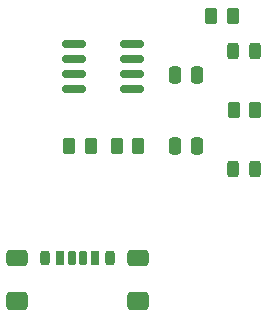
<source format=gbr>
%TF.GenerationSoftware,KiCad,Pcbnew,8.0.8*%
%TF.CreationDate,2025-03-19T14:50:45+02:00*%
%TF.ProjectId,Pcb_intro_timer,5063625f-696e-4747-926f-5f74696d6572,rev?*%
%TF.SameCoordinates,Original*%
%TF.FileFunction,Paste,Top*%
%TF.FilePolarity,Positive*%
%FSLAX46Y46*%
G04 Gerber Fmt 4.6, Leading zero omitted, Abs format (unit mm)*
G04 Created by KiCad (PCBNEW 8.0.8) date 2025-03-19 14:50:45*
%MOMM*%
%LPD*%
G01*
G04 APERTURE LIST*
G04 Aperture macros list*
%AMRoundRect*
0 Rectangle with rounded corners*
0 $1 Rounding radius*
0 $2 $3 $4 $5 $6 $7 $8 $9 X,Y pos of 4 corners*
0 Add a 4 corners polygon primitive as box body*
4,1,4,$2,$3,$4,$5,$6,$7,$8,$9,$2,$3,0*
0 Add four circle primitives for the rounded corners*
1,1,$1+$1,$2,$3*
1,1,$1+$1,$4,$5*
1,1,$1+$1,$6,$7*
1,1,$1+$1,$8,$9*
0 Add four rect primitives between the rounded corners*
20,1,$1+$1,$2,$3,$4,$5,0*
20,1,$1+$1,$4,$5,$6,$7,0*
20,1,$1+$1,$6,$7,$8,$9,0*
20,1,$1+$1,$8,$9,$2,$3,0*%
G04 Aperture macros list end*
%ADD10RoundRect,0.250000X-0.262500X-0.450000X0.262500X-0.450000X0.262500X0.450000X-0.262500X0.450000X0*%
%ADD11RoundRect,0.243750X-0.243750X-0.456250X0.243750X-0.456250X0.243750X0.456250X-0.243750X0.456250X0*%
%ADD12RoundRect,0.250000X-0.250000X-0.475000X0.250000X-0.475000X0.250000X0.475000X-0.250000X0.475000X0*%
%ADD13RoundRect,0.150000X-0.825000X-0.150000X0.825000X-0.150000X0.825000X0.150000X-0.825000X0.150000X0*%
%ADD14RoundRect,0.175000X-0.175000X-0.425000X0.175000X-0.425000X0.175000X0.425000X-0.175000X0.425000X0*%
%ADD15RoundRect,0.190000X0.190000X0.410000X-0.190000X0.410000X-0.190000X-0.410000X0.190000X-0.410000X0*%
%ADD16RoundRect,0.200000X0.200000X0.400000X-0.200000X0.400000X-0.200000X-0.400000X0.200000X-0.400000X0*%
%ADD17RoundRect,0.175000X0.175000X0.425000X-0.175000X0.425000X-0.175000X-0.425000X0.175000X-0.425000X0*%
%ADD18RoundRect,0.190000X-0.190000X-0.410000X0.190000X-0.410000X0.190000X0.410000X-0.190000X0.410000X0*%
%ADD19RoundRect,0.200000X-0.200000X-0.400000X0.200000X-0.400000X0.200000X0.400000X-0.200000X0.400000X0*%
%ADD20RoundRect,0.250000X-0.650000X-0.425000X0.650000X-0.425000X0.650000X0.425000X-0.650000X0.425000X0*%
%ADD21RoundRect,0.250000X-0.650000X-0.500000X0.650000X-0.500000X0.650000X0.500000X-0.650000X0.500000X0*%
%ADD22RoundRect,0.250000X0.262500X0.450000X-0.262500X0.450000X-0.262500X-0.450000X0.262500X-0.450000X0*%
G04 APERTURE END LIST*
D10*
%TO.C,R3*%
X157175000Y-94000000D03*
X159000000Y-94000000D03*
%TD*%
D11*
%TO.C,HL2*%
X171062500Y-96000000D03*
X172937500Y-96000000D03*
%TD*%
D10*
%TO.C,R1*%
X169175000Y-83000000D03*
X171000000Y-83000000D03*
%TD*%
D12*
%TO.C,C1*%
X166100000Y-94000000D03*
X168000000Y-94000000D03*
%TD*%
D13*
%TO.C,U1*%
X157567500Y-85350000D03*
X157567500Y-86620000D03*
X157567500Y-87890000D03*
X157567500Y-89160000D03*
X162517500Y-89160000D03*
X162517500Y-87890000D03*
X162517500Y-86620000D03*
X162517500Y-85350000D03*
%TD*%
D12*
%TO.C,C2*%
X166100000Y-88000000D03*
X168000000Y-88000000D03*
%TD*%
D14*
%TO.C,J1*%
X157375000Y-103467500D03*
D15*
X159395000Y-103467500D03*
D16*
X160625000Y-103467500D03*
D17*
X158375000Y-103467500D03*
D18*
X156355000Y-103467500D03*
D19*
X155125000Y-103467500D03*
D20*
X152750000Y-103522500D03*
D21*
X152750000Y-107102500D03*
D20*
X163000000Y-103522500D03*
D21*
X163000000Y-107102500D03*
%TD*%
D10*
%TO.C,R4*%
X161175000Y-94000000D03*
X163000000Y-94000000D03*
%TD*%
D22*
%TO.C,R2*%
X172912500Y-91000000D03*
X171087500Y-91000000D03*
%TD*%
D11*
%TO.C,HL1*%
X171062500Y-86000000D03*
X172937500Y-86000000D03*
%TD*%
M02*

</source>
